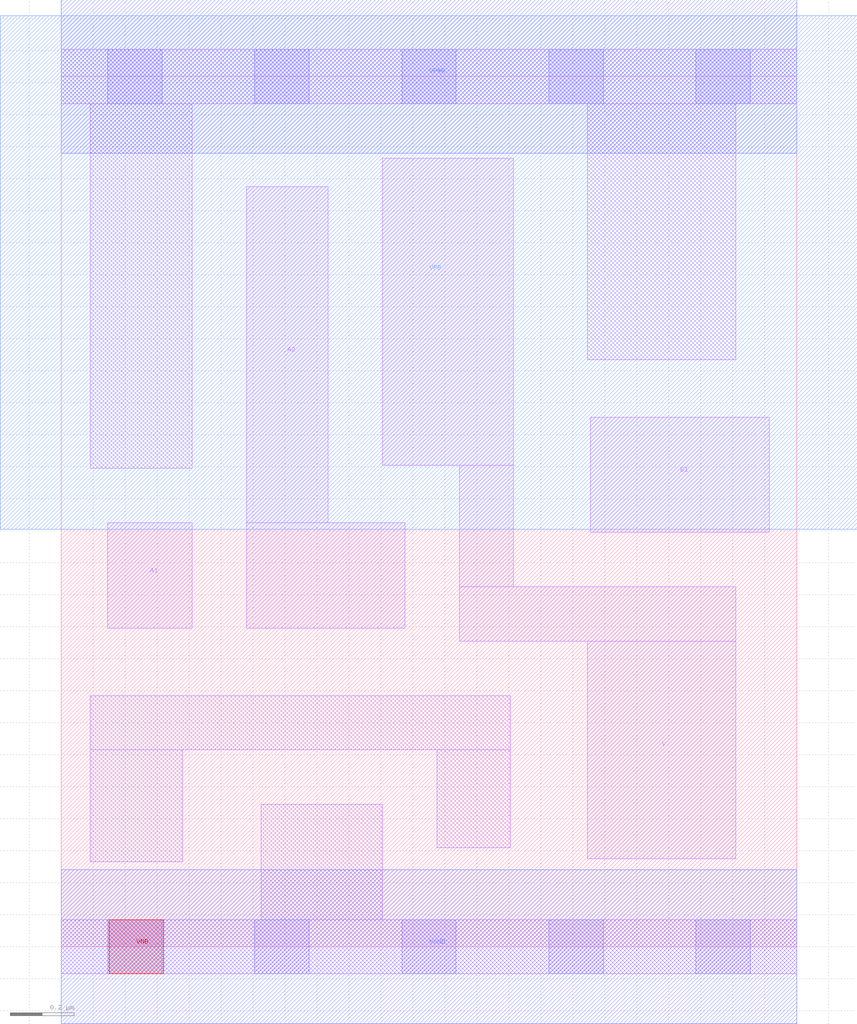
<source format=lef>
# Copyright 2020 The SkyWater PDK Authors
#
# Licensed under the Apache License, Version 2.0 (the "License");
# you may not use this file except in compliance with the License.
# You may obtain a copy of the License at
#
#     https://www.apache.org/licenses/LICENSE-2.0
#
# Unless required by applicable law or agreed to in writing, software
# distributed under the License is distributed on an "AS IS" BASIS,
# WITHOUT WARRANTIES OR CONDITIONS OF ANY KIND, either express or implied.
# See the License for the specific language governing permissions and
# limitations under the License.
#
# SPDX-License-Identifier: Apache-2.0

VERSION 5.7 ;
  NOWIREEXTENSIONATPIN ON ;
  DIVIDERCHAR "/" ;
  BUSBITCHARS "[]" ;
PROPERTYDEFINITIONS
  MACRO maskLayoutSubType STRING ;
  MACRO prCellType STRING ;
  MACRO originalViewName STRING ;
END PROPERTYDEFINITIONS
MACRO sky130_fd_sc_hdll__o21ai_1
  CLASS CORE ;
  FOREIGN sky130_fd_sc_hdll__o21ai_1 ;
  ORIGIN  0.000000  0.000000 ;
  SIZE  2.300000 BY  2.720000 ;
  SYMMETRY X Y R90 ;
  SITE unithd ;
  PIN A1
    ANTENNAGATEAREA  0.277500 ;
    DIRECTION INPUT ;
    USE SIGNAL ;
    PORT
      LAYER li1 ;
        RECT 0.145000 0.995000 0.410000 1.325000 ;
    END
  END A1
  PIN A2
    ANTENNAGATEAREA  0.277500 ;
    DIRECTION INPUT ;
    USE SIGNAL ;
    PORT
      LAYER li1 ;
        RECT 0.580000 0.995000 1.075000 1.325000 ;
        RECT 0.580000 1.325000 0.835000 2.375000 ;
    END
  END A2
  PIN B1
    ANTENNAGATEAREA  0.223500 ;
    DIRECTION INPUT ;
    USE SIGNAL ;
    PORT
      LAYER li1 ;
        RECT 1.655000 1.295000 2.215000 1.655000 ;
    END
  END B1
  PIN Y
    ANTENNADIFFAREA  0.752250 ;
    DIRECTION OUTPUT ;
    USE SIGNAL ;
    PORT
      LAYER li1 ;
        RECT 1.005000 1.505000 1.415000 2.465000 ;
        RECT 1.245000 0.955000 2.110000 1.125000 ;
        RECT 1.245000 1.125000 1.415000 1.505000 ;
        RECT 1.645000 0.275000 2.110000 0.955000 ;
    END
  END Y
  PIN VGND
    DIRECTION INOUT ;
    USE GROUND ;
    PORT
      LAYER met1 ;
        RECT 0.000000 -0.240000 2.300000 0.240000 ;
    END
  END VGND
  PIN VNB
    DIRECTION INOUT ;
    USE GROUND ;
    PORT
      LAYER pwell ;
        RECT 0.150000 -0.085000 0.320000 0.085000 ;
    END
  END VNB
  PIN VPB
    DIRECTION INOUT ;
    USE POWER ;
    PORT
      LAYER nwell ;
        RECT -0.190000 1.305000 2.490000 2.910000 ;
    END
  END VPB
  PIN VPWR
    DIRECTION INOUT ;
    USE POWER ;
    PORT
      LAYER met1 ;
        RECT 0.000000 2.480000 2.300000 2.960000 ;
    END
  END VPWR
  OBS
    LAYER li1 ;
      RECT 0.000000 -0.085000 2.300000 0.085000 ;
      RECT 0.000000  2.635000 2.300000 2.805000 ;
      RECT 0.090000  0.265000 0.380000 0.615000 ;
      RECT 0.090000  0.615000 1.405000 0.785000 ;
      RECT 0.090000  1.495000 0.410000 2.635000 ;
      RECT 0.625000  0.085000 1.005000 0.445000 ;
      RECT 1.175000  0.310000 1.405000 0.615000 ;
      RECT 1.645000  1.835000 2.110000 2.635000 ;
    LAYER mcon ;
      RECT 0.145000 -0.085000 0.315000 0.085000 ;
      RECT 0.145000  2.635000 0.315000 2.805000 ;
      RECT 0.605000 -0.085000 0.775000 0.085000 ;
      RECT 0.605000  2.635000 0.775000 2.805000 ;
      RECT 1.065000 -0.085000 1.235000 0.085000 ;
      RECT 1.065000  2.635000 1.235000 2.805000 ;
      RECT 1.525000 -0.085000 1.695000 0.085000 ;
      RECT 1.525000  2.635000 1.695000 2.805000 ;
      RECT 1.985000 -0.085000 2.155000 0.085000 ;
      RECT 1.985000  2.635000 2.155000 2.805000 ;
  END
  PROPERTY maskLayoutSubType "abstract" ;
  PROPERTY prCellType "standard" ;
  PROPERTY originalViewName "layout" ;
END sky130_fd_sc_hdll__o21ai_1
END LIBRARY

</source>
